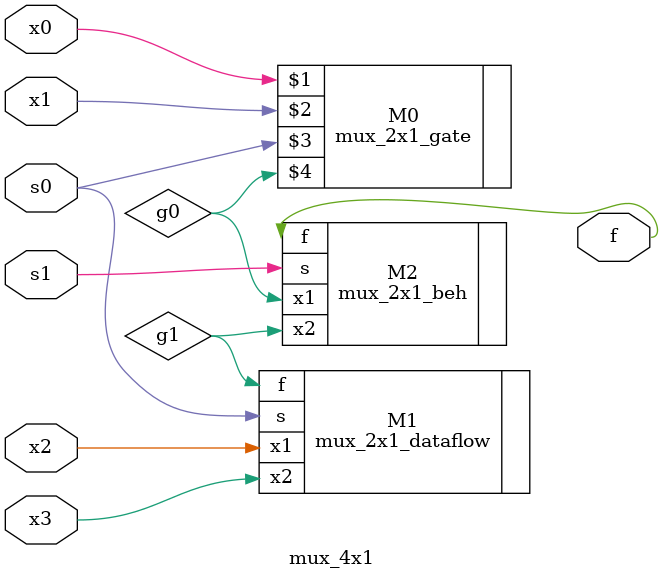
<source format=v>
`timescale 1ns / 1ps

// Will create a 4x1 mux by instantiating the 2x1 mux's we created
//Applying concepts of hierarchy, Video 9
module mux_4x1(
    input x0, x1, x2, x3,
    input s0, s1,
    output f 
        );
    // We will instantiate the 2x1 mux
    wire g0, g1; // not necessarily needed because it's one wire and not a bus, but we'll use it anyway (node)
    
    mux_2x1_gate M0 (x0, x1, s0, g0);    //instantiation using ordered port connection
   
    mux_2x1_dataflow M1 (  // named port connection is safer  .OriginalModuleName(InstantiationName); 
        .x1(x2), 
        .x2(x3), 
        .s(s0), 
        .f(g1)
     );  
    mux_2x1_beh M2 (  //Third mux that connects to the past two ones
        .x1(g0), 
        .x2(g1), 
        .s(s1), 
        .f(f)
    );  
    //These can be instantiated in any order, not within an always statement and it's comb. logic
endmodule

</source>
